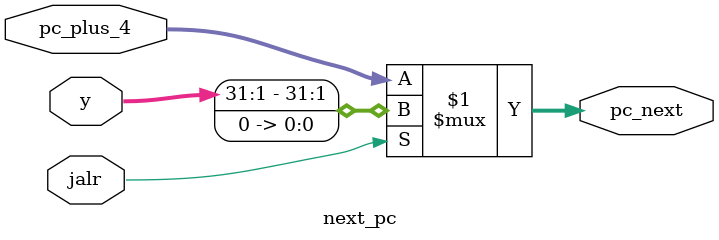
<source format=v>
module next_pc 
(
    input   wire [31:0] pc_plus_4,
    input   wire [31:0] y,
    input   wire        jalr,
    output  wire [31:0] pc_next
);
    assign pc_next = jalr ? {y[31:1], 1'b0} : pc_plus_4;
endmodule

</source>
